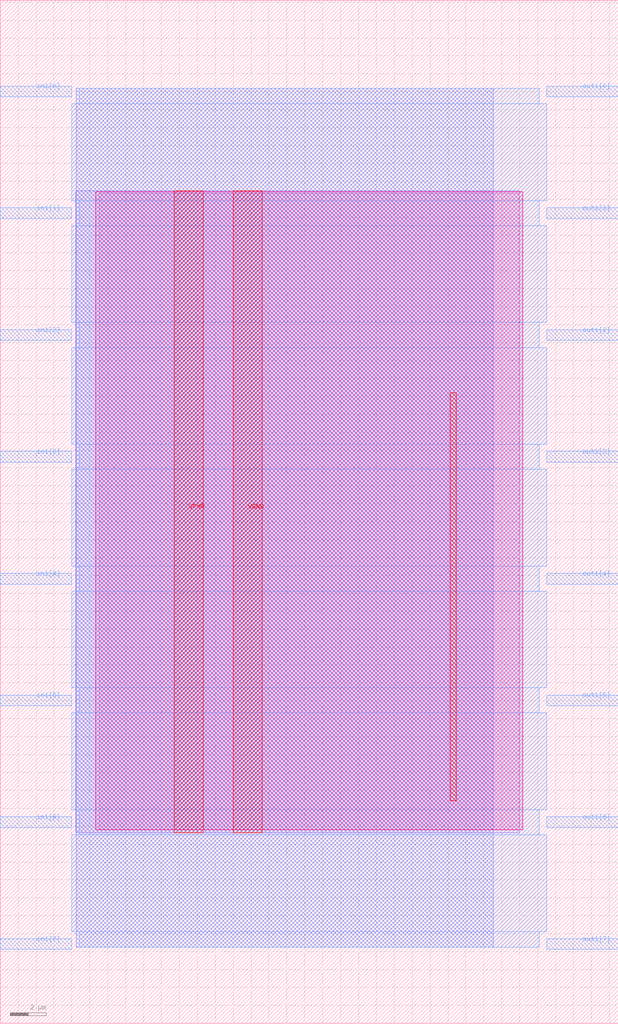
<source format=lef>
VERSION 5.7 ;
  NOWIREEXTENSIONATPIN ON ;
  DIVIDERCHAR "/" ;
  BUSBITCHARS "[]" ;
MACRO project1
  CLASS BLOCK ;
  FOREIGN project1 ;
  ORIGIN 0.000 0.000 ;
  SIZE 34.500 BY 57.120 ;
  PIN VGND
    DIRECTION INOUT ;
    USE GROUND ;
    PORT
      LAYER met4 ;
        RECT 13.020 10.640 14.620 46.480 ;
    END
  END VGND
  PIN VPWR
    DIRECTION INOUT ;
    USE POWER ;
    PORT
      LAYER met4 ;
        RECT 9.720 10.640 11.320 46.480 ;
    END
  END VPWR
  PIN in1[0]
    DIRECTION INPUT ;
    USE SIGNAL ;
    ANTENNAGATEAREA 0.196500 ;
    PORT
      LAYER met3 ;
        RECT 0.000 51.720 4.000 52.320 ;
    END
  END in1[0]
  PIN in1[1]
    DIRECTION INPUT ;
    USE SIGNAL ;
    ANTENNAGATEAREA 0.196500 ;
    PORT
      LAYER met3 ;
        RECT 0.000 44.920 4.000 45.520 ;
    END
  END in1[1]
  PIN in1[2]
    DIRECTION INPUT ;
    USE SIGNAL ;
    ANTENNAGATEAREA 0.196500 ;
    PORT
      LAYER met3 ;
        RECT 0.000 38.120 4.000 38.720 ;
    END
  END in1[2]
  PIN in1[3]
    DIRECTION INPUT ;
    USE SIGNAL ;
    ANTENNAGATEAREA 0.196500 ;
    PORT
      LAYER met3 ;
        RECT 0.000 31.320 4.000 31.920 ;
    END
  END in1[3]
  PIN in1[4]
    DIRECTION INPUT ;
    USE SIGNAL ;
    ANTENNAGATEAREA 0.196500 ;
    PORT
      LAYER met3 ;
        RECT 0.000 24.520 4.000 25.120 ;
    END
  END in1[4]
  PIN in1[5]
    DIRECTION INPUT ;
    USE SIGNAL ;
    ANTENNAGATEAREA 0.196500 ;
    PORT
      LAYER met3 ;
        RECT 0.000 17.720 4.000 18.320 ;
    END
  END in1[5]
  PIN in1[6]
    DIRECTION INPUT ;
    USE SIGNAL ;
    ANTENNAGATEAREA 0.196500 ;
    PORT
      LAYER met3 ;
        RECT 0.000 10.920 4.000 11.520 ;
    END
  END in1[6]
  PIN in1[7]
    DIRECTION INPUT ;
    USE SIGNAL ;
    ANTENNAGATEAREA 0.196500 ;
    PORT
      LAYER met3 ;
        RECT 0.000 4.120 4.000 4.720 ;
    END
  END in1[7]
  PIN out1[0]
    DIRECTION OUTPUT ;
    USE SIGNAL ;
    ANTENNADIFFAREA 0.445500 ;
    PORT
      LAYER met3 ;
        RECT 30.500 51.720 34.500 52.320 ;
    END
  END out1[0]
  PIN out1[1]
    DIRECTION OUTPUT ;
    USE SIGNAL ;
    ANTENNADIFFAREA 0.445500 ;
    PORT
      LAYER met3 ;
        RECT 30.500 44.920 34.500 45.520 ;
    END
  END out1[1]
  PIN out1[2]
    DIRECTION OUTPUT ;
    USE SIGNAL ;
    ANTENNADIFFAREA 0.445500 ;
    PORT
      LAYER met3 ;
        RECT 30.500 38.120 34.500 38.720 ;
    END
  END out1[2]
  PIN out1[3]
    DIRECTION OUTPUT ;
    USE SIGNAL ;
    ANTENNADIFFAREA 0.445500 ;
    PORT
      LAYER met3 ;
        RECT 30.500 31.320 34.500 31.920 ;
    END
  END out1[3]
  PIN out1[4]
    DIRECTION OUTPUT ;
    USE SIGNAL ;
    ANTENNADIFFAREA 0.445500 ;
    PORT
      LAYER met3 ;
        RECT 30.500 24.520 34.500 25.120 ;
    END
  END out1[4]
  PIN out1[5]
    DIRECTION OUTPUT ;
    USE SIGNAL ;
    ANTENNADIFFAREA 0.445500 ;
    PORT
      LAYER met3 ;
        RECT 30.500 17.720 34.500 18.320 ;
    END
  END out1[5]
  PIN out1[6]
    DIRECTION OUTPUT ;
    USE SIGNAL ;
    ANTENNADIFFAREA 0.445500 ;
    PORT
      LAYER met3 ;
        RECT 30.500 10.920 34.500 11.520 ;
    END
  END out1[6]
  PIN out1[7]
    DIRECTION OUTPUT ;
    USE SIGNAL ;
    ANTENNADIFFAREA 0.795200 ;
    PORT
      LAYER met3 ;
        RECT 30.500 4.120 34.500 4.720 ;
    END
  END out1[7]
  OBS
      LAYER nwell ;
        RECT 5.330 10.795 29.170 46.430 ;
      LAYER li1 ;
        RECT 5.520 10.795 28.980 46.325 ;
      LAYER met1 ;
        RECT 4.210 10.640 28.980 46.480 ;
      LAYER met2 ;
        RECT 4.230 4.235 27.510 52.205 ;
      LAYER met3 ;
        RECT 4.400 51.320 30.100 52.185 ;
        RECT 3.990 45.920 30.500 51.320 ;
        RECT 4.400 44.520 30.100 45.920 ;
        RECT 3.990 39.120 30.500 44.520 ;
        RECT 4.400 37.720 30.100 39.120 ;
        RECT 3.990 32.320 30.500 37.720 ;
        RECT 4.400 30.920 30.100 32.320 ;
        RECT 3.990 25.520 30.500 30.920 ;
        RECT 4.400 24.120 30.100 25.520 ;
        RECT 3.990 18.720 30.500 24.120 ;
        RECT 4.400 17.320 30.100 18.720 ;
        RECT 3.990 11.920 30.500 17.320 ;
        RECT 4.400 10.520 30.100 11.920 ;
        RECT 3.990 5.120 30.500 10.520 ;
        RECT 4.400 4.255 30.100 5.120 ;
      LAYER met4 ;
        RECT 25.135 12.415 25.465 35.185 ;
  END
END project1
END LIBRARY


</source>
